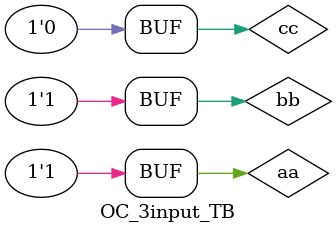
<source format=sv>
`timescale 1ns/1ns
module OC_3input_TB();
    logic aa = 0, bb = 0, cc =0;
    wire y00, y11;
    OC_3input CUT (.a(aa),.b(bb),.c(cc),.y0(y00), .y1(y11));
    initial begin
        #100 cc = 1;
        #100 bb = 1;
        #100 aa = 1;
        #100 cc = 0;
        #200;
    end
endmodule
</source>
